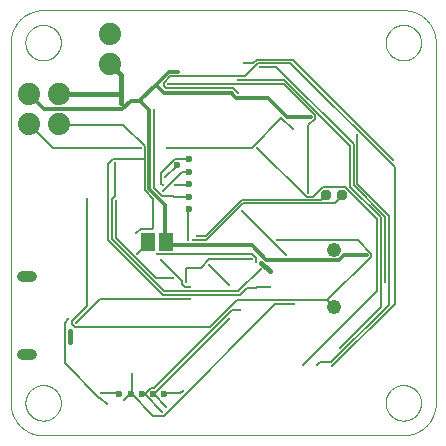
<source format=gbl>
G75*
%MOIN*%
%OFA0B0*%
%FSLAX25Y25*%
%IPPOS*%
%LPD*%
%AMOC8*
5,1,8,0,0,1.08239X$1,22.5*
%
%ADD10C,0.00000*%
%ADD11C,0.04800*%
%ADD12C,0.03750*%
%ADD13C,0.07400*%
%ADD14R,0.04600X0.06300*%
%ADD15C,0.02362*%
%ADD16C,0.00039*%
%ADD17C,0.03543*%
%ADD18C,0.00796*%
%ADD19C,0.01000*%
%ADD20C,0.01593*%
%ADD21C,0.01195*%
D10*
X0006040Y0013081D02*
X0006040Y0133159D01*
X0010961Y0133159D02*
X0010963Y0133312D01*
X0010969Y0133466D01*
X0010979Y0133619D01*
X0010993Y0133771D01*
X0011011Y0133924D01*
X0011033Y0134075D01*
X0011058Y0134226D01*
X0011088Y0134377D01*
X0011122Y0134527D01*
X0011159Y0134675D01*
X0011200Y0134823D01*
X0011245Y0134969D01*
X0011294Y0135115D01*
X0011347Y0135259D01*
X0011403Y0135401D01*
X0011463Y0135542D01*
X0011527Y0135682D01*
X0011594Y0135820D01*
X0011665Y0135956D01*
X0011740Y0136090D01*
X0011817Y0136222D01*
X0011899Y0136352D01*
X0011983Y0136480D01*
X0012071Y0136606D01*
X0012162Y0136729D01*
X0012256Y0136850D01*
X0012354Y0136968D01*
X0012454Y0137084D01*
X0012558Y0137197D01*
X0012664Y0137308D01*
X0012773Y0137416D01*
X0012885Y0137521D01*
X0012999Y0137622D01*
X0013117Y0137721D01*
X0013236Y0137817D01*
X0013358Y0137910D01*
X0013483Y0137999D01*
X0013610Y0138086D01*
X0013739Y0138168D01*
X0013870Y0138248D01*
X0014003Y0138324D01*
X0014138Y0138397D01*
X0014275Y0138466D01*
X0014414Y0138531D01*
X0014554Y0138593D01*
X0014696Y0138651D01*
X0014839Y0138706D01*
X0014984Y0138757D01*
X0015130Y0138804D01*
X0015277Y0138847D01*
X0015425Y0138886D01*
X0015574Y0138922D01*
X0015724Y0138953D01*
X0015875Y0138981D01*
X0016026Y0139005D01*
X0016179Y0139025D01*
X0016331Y0139041D01*
X0016484Y0139053D01*
X0016637Y0139061D01*
X0016790Y0139065D01*
X0016944Y0139065D01*
X0017097Y0139061D01*
X0017250Y0139053D01*
X0017403Y0139041D01*
X0017555Y0139025D01*
X0017708Y0139005D01*
X0017859Y0138981D01*
X0018010Y0138953D01*
X0018160Y0138922D01*
X0018309Y0138886D01*
X0018457Y0138847D01*
X0018604Y0138804D01*
X0018750Y0138757D01*
X0018895Y0138706D01*
X0019038Y0138651D01*
X0019180Y0138593D01*
X0019320Y0138531D01*
X0019459Y0138466D01*
X0019596Y0138397D01*
X0019731Y0138324D01*
X0019864Y0138248D01*
X0019995Y0138168D01*
X0020124Y0138086D01*
X0020251Y0137999D01*
X0020376Y0137910D01*
X0020498Y0137817D01*
X0020617Y0137721D01*
X0020735Y0137622D01*
X0020849Y0137521D01*
X0020961Y0137416D01*
X0021070Y0137308D01*
X0021176Y0137197D01*
X0021280Y0137084D01*
X0021380Y0136968D01*
X0021478Y0136850D01*
X0021572Y0136729D01*
X0021663Y0136606D01*
X0021751Y0136480D01*
X0021835Y0136352D01*
X0021917Y0136222D01*
X0021994Y0136090D01*
X0022069Y0135956D01*
X0022140Y0135820D01*
X0022207Y0135682D01*
X0022271Y0135542D01*
X0022331Y0135401D01*
X0022387Y0135259D01*
X0022440Y0135115D01*
X0022489Y0134969D01*
X0022534Y0134823D01*
X0022575Y0134675D01*
X0022612Y0134527D01*
X0022646Y0134377D01*
X0022676Y0134226D01*
X0022701Y0134075D01*
X0022723Y0133924D01*
X0022741Y0133771D01*
X0022755Y0133619D01*
X0022765Y0133466D01*
X0022771Y0133312D01*
X0022773Y0133159D01*
X0022771Y0133006D01*
X0022765Y0132852D01*
X0022755Y0132699D01*
X0022741Y0132547D01*
X0022723Y0132394D01*
X0022701Y0132243D01*
X0022676Y0132092D01*
X0022646Y0131941D01*
X0022612Y0131791D01*
X0022575Y0131643D01*
X0022534Y0131495D01*
X0022489Y0131349D01*
X0022440Y0131203D01*
X0022387Y0131059D01*
X0022331Y0130917D01*
X0022271Y0130776D01*
X0022207Y0130636D01*
X0022140Y0130498D01*
X0022069Y0130362D01*
X0021994Y0130228D01*
X0021917Y0130096D01*
X0021835Y0129966D01*
X0021751Y0129838D01*
X0021663Y0129712D01*
X0021572Y0129589D01*
X0021478Y0129468D01*
X0021380Y0129350D01*
X0021280Y0129234D01*
X0021176Y0129121D01*
X0021070Y0129010D01*
X0020961Y0128902D01*
X0020849Y0128797D01*
X0020735Y0128696D01*
X0020617Y0128597D01*
X0020498Y0128501D01*
X0020376Y0128408D01*
X0020251Y0128319D01*
X0020124Y0128232D01*
X0019995Y0128150D01*
X0019864Y0128070D01*
X0019731Y0127994D01*
X0019596Y0127921D01*
X0019459Y0127852D01*
X0019320Y0127787D01*
X0019180Y0127725D01*
X0019038Y0127667D01*
X0018895Y0127612D01*
X0018750Y0127561D01*
X0018604Y0127514D01*
X0018457Y0127471D01*
X0018309Y0127432D01*
X0018160Y0127396D01*
X0018010Y0127365D01*
X0017859Y0127337D01*
X0017708Y0127313D01*
X0017555Y0127293D01*
X0017403Y0127277D01*
X0017250Y0127265D01*
X0017097Y0127257D01*
X0016944Y0127253D01*
X0016790Y0127253D01*
X0016637Y0127257D01*
X0016484Y0127265D01*
X0016331Y0127277D01*
X0016179Y0127293D01*
X0016026Y0127313D01*
X0015875Y0127337D01*
X0015724Y0127365D01*
X0015574Y0127396D01*
X0015425Y0127432D01*
X0015277Y0127471D01*
X0015130Y0127514D01*
X0014984Y0127561D01*
X0014839Y0127612D01*
X0014696Y0127667D01*
X0014554Y0127725D01*
X0014414Y0127787D01*
X0014275Y0127852D01*
X0014138Y0127921D01*
X0014003Y0127994D01*
X0013870Y0128070D01*
X0013739Y0128150D01*
X0013610Y0128232D01*
X0013483Y0128319D01*
X0013358Y0128408D01*
X0013236Y0128501D01*
X0013117Y0128597D01*
X0012999Y0128696D01*
X0012885Y0128797D01*
X0012773Y0128902D01*
X0012664Y0129010D01*
X0012558Y0129121D01*
X0012454Y0129234D01*
X0012354Y0129350D01*
X0012256Y0129468D01*
X0012162Y0129589D01*
X0012071Y0129712D01*
X0011983Y0129838D01*
X0011899Y0129966D01*
X0011817Y0130096D01*
X0011740Y0130228D01*
X0011665Y0130362D01*
X0011594Y0130498D01*
X0011527Y0130636D01*
X0011463Y0130776D01*
X0011403Y0130917D01*
X0011347Y0131059D01*
X0011294Y0131203D01*
X0011245Y0131349D01*
X0011200Y0131495D01*
X0011159Y0131643D01*
X0011122Y0131791D01*
X0011088Y0131941D01*
X0011058Y0132092D01*
X0011033Y0132243D01*
X0011011Y0132394D01*
X0010993Y0132547D01*
X0010979Y0132699D01*
X0010969Y0132852D01*
X0010963Y0133006D01*
X0010961Y0133159D01*
X0006040Y0133159D02*
X0006043Y0133421D01*
X0006053Y0133682D01*
X0006068Y0133943D01*
X0006091Y0134204D01*
X0006119Y0134464D01*
X0006154Y0134723D01*
X0006195Y0134982D01*
X0006242Y0135239D01*
X0006295Y0135495D01*
X0006355Y0135750D01*
X0006420Y0136003D01*
X0006492Y0136255D01*
X0006570Y0136505D01*
X0006654Y0136753D01*
X0006744Y0136998D01*
X0006839Y0137242D01*
X0006941Y0137483D01*
X0007048Y0137722D01*
X0007161Y0137957D01*
X0007280Y0138191D01*
X0007405Y0138421D01*
X0007534Y0138648D01*
X0007670Y0138872D01*
X0007811Y0139092D01*
X0007957Y0139309D01*
X0008108Y0139523D01*
X0008264Y0139733D01*
X0008425Y0139939D01*
X0008592Y0140141D01*
X0008763Y0140339D01*
X0008939Y0140532D01*
X0009119Y0140722D01*
X0009304Y0140907D01*
X0009494Y0141087D01*
X0009687Y0141263D01*
X0009885Y0141434D01*
X0010087Y0141601D01*
X0010293Y0141762D01*
X0010503Y0141918D01*
X0010717Y0142069D01*
X0010934Y0142215D01*
X0011154Y0142356D01*
X0011378Y0142492D01*
X0011605Y0142621D01*
X0011835Y0142746D01*
X0012069Y0142865D01*
X0012304Y0142978D01*
X0012543Y0143085D01*
X0012784Y0143187D01*
X0013028Y0143282D01*
X0013273Y0143372D01*
X0013521Y0143456D01*
X0013771Y0143534D01*
X0014023Y0143606D01*
X0014276Y0143671D01*
X0014531Y0143731D01*
X0014787Y0143784D01*
X0015044Y0143831D01*
X0015303Y0143872D01*
X0015562Y0143907D01*
X0015822Y0143935D01*
X0016083Y0143958D01*
X0016344Y0143973D01*
X0016605Y0143983D01*
X0016867Y0143986D01*
X0136946Y0143986D01*
X0131040Y0133159D02*
X0131042Y0133312D01*
X0131048Y0133466D01*
X0131058Y0133619D01*
X0131072Y0133771D01*
X0131090Y0133924D01*
X0131112Y0134075D01*
X0131137Y0134226D01*
X0131167Y0134377D01*
X0131201Y0134527D01*
X0131238Y0134675D01*
X0131279Y0134823D01*
X0131324Y0134969D01*
X0131373Y0135115D01*
X0131426Y0135259D01*
X0131482Y0135401D01*
X0131542Y0135542D01*
X0131606Y0135682D01*
X0131673Y0135820D01*
X0131744Y0135956D01*
X0131819Y0136090D01*
X0131896Y0136222D01*
X0131978Y0136352D01*
X0132062Y0136480D01*
X0132150Y0136606D01*
X0132241Y0136729D01*
X0132335Y0136850D01*
X0132433Y0136968D01*
X0132533Y0137084D01*
X0132637Y0137197D01*
X0132743Y0137308D01*
X0132852Y0137416D01*
X0132964Y0137521D01*
X0133078Y0137622D01*
X0133196Y0137721D01*
X0133315Y0137817D01*
X0133437Y0137910D01*
X0133562Y0137999D01*
X0133689Y0138086D01*
X0133818Y0138168D01*
X0133949Y0138248D01*
X0134082Y0138324D01*
X0134217Y0138397D01*
X0134354Y0138466D01*
X0134493Y0138531D01*
X0134633Y0138593D01*
X0134775Y0138651D01*
X0134918Y0138706D01*
X0135063Y0138757D01*
X0135209Y0138804D01*
X0135356Y0138847D01*
X0135504Y0138886D01*
X0135653Y0138922D01*
X0135803Y0138953D01*
X0135954Y0138981D01*
X0136105Y0139005D01*
X0136258Y0139025D01*
X0136410Y0139041D01*
X0136563Y0139053D01*
X0136716Y0139061D01*
X0136869Y0139065D01*
X0137023Y0139065D01*
X0137176Y0139061D01*
X0137329Y0139053D01*
X0137482Y0139041D01*
X0137634Y0139025D01*
X0137787Y0139005D01*
X0137938Y0138981D01*
X0138089Y0138953D01*
X0138239Y0138922D01*
X0138388Y0138886D01*
X0138536Y0138847D01*
X0138683Y0138804D01*
X0138829Y0138757D01*
X0138974Y0138706D01*
X0139117Y0138651D01*
X0139259Y0138593D01*
X0139399Y0138531D01*
X0139538Y0138466D01*
X0139675Y0138397D01*
X0139810Y0138324D01*
X0139943Y0138248D01*
X0140074Y0138168D01*
X0140203Y0138086D01*
X0140330Y0137999D01*
X0140455Y0137910D01*
X0140577Y0137817D01*
X0140696Y0137721D01*
X0140814Y0137622D01*
X0140928Y0137521D01*
X0141040Y0137416D01*
X0141149Y0137308D01*
X0141255Y0137197D01*
X0141359Y0137084D01*
X0141459Y0136968D01*
X0141557Y0136850D01*
X0141651Y0136729D01*
X0141742Y0136606D01*
X0141830Y0136480D01*
X0141914Y0136352D01*
X0141996Y0136222D01*
X0142073Y0136090D01*
X0142148Y0135956D01*
X0142219Y0135820D01*
X0142286Y0135682D01*
X0142350Y0135542D01*
X0142410Y0135401D01*
X0142466Y0135259D01*
X0142519Y0135115D01*
X0142568Y0134969D01*
X0142613Y0134823D01*
X0142654Y0134675D01*
X0142691Y0134527D01*
X0142725Y0134377D01*
X0142755Y0134226D01*
X0142780Y0134075D01*
X0142802Y0133924D01*
X0142820Y0133771D01*
X0142834Y0133619D01*
X0142844Y0133466D01*
X0142850Y0133312D01*
X0142852Y0133159D01*
X0142850Y0133006D01*
X0142844Y0132852D01*
X0142834Y0132699D01*
X0142820Y0132547D01*
X0142802Y0132394D01*
X0142780Y0132243D01*
X0142755Y0132092D01*
X0142725Y0131941D01*
X0142691Y0131791D01*
X0142654Y0131643D01*
X0142613Y0131495D01*
X0142568Y0131349D01*
X0142519Y0131203D01*
X0142466Y0131059D01*
X0142410Y0130917D01*
X0142350Y0130776D01*
X0142286Y0130636D01*
X0142219Y0130498D01*
X0142148Y0130362D01*
X0142073Y0130228D01*
X0141996Y0130096D01*
X0141914Y0129966D01*
X0141830Y0129838D01*
X0141742Y0129712D01*
X0141651Y0129589D01*
X0141557Y0129468D01*
X0141459Y0129350D01*
X0141359Y0129234D01*
X0141255Y0129121D01*
X0141149Y0129010D01*
X0141040Y0128902D01*
X0140928Y0128797D01*
X0140814Y0128696D01*
X0140696Y0128597D01*
X0140577Y0128501D01*
X0140455Y0128408D01*
X0140330Y0128319D01*
X0140203Y0128232D01*
X0140074Y0128150D01*
X0139943Y0128070D01*
X0139810Y0127994D01*
X0139675Y0127921D01*
X0139538Y0127852D01*
X0139399Y0127787D01*
X0139259Y0127725D01*
X0139117Y0127667D01*
X0138974Y0127612D01*
X0138829Y0127561D01*
X0138683Y0127514D01*
X0138536Y0127471D01*
X0138388Y0127432D01*
X0138239Y0127396D01*
X0138089Y0127365D01*
X0137938Y0127337D01*
X0137787Y0127313D01*
X0137634Y0127293D01*
X0137482Y0127277D01*
X0137329Y0127265D01*
X0137176Y0127257D01*
X0137023Y0127253D01*
X0136869Y0127253D01*
X0136716Y0127257D01*
X0136563Y0127265D01*
X0136410Y0127277D01*
X0136258Y0127293D01*
X0136105Y0127313D01*
X0135954Y0127337D01*
X0135803Y0127365D01*
X0135653Y0127396D01*
X0135504Y0127432D01*
X0135356Y0127471D01*
X0135209Y0127514D01*
X0135063Y0127561D01*
X0134918Y0127612D01*
X0134775Y0127667D01*
X0134633Y0127725D01*
X0134493Y0127787D01*
X0134354Y0127852D01*
X0134217Y0127921D01*
X0134082Y0127994D01*
X0133949Y0128070D01*
X0133818Y0128150D01*
X0133689Y0128232D01*
X0133562Y0128319D01*
X0133437Y0128408D01*
X0133315Y0128501D01*
X0133196Y0128597D01*
X0133078Y0128696D01*
X0132964Y0128797D01*
X0132852Y0128902D01*
X0132743Y0129010D01*
X0132637Y0129121D01*
X0132533Y0129234D01*
X0132433Y0129350D01*
X0132335Y0129468D01*
X0132241Y0129589D01*
X0132150Y0129712D01*
X0132062Y0129838D01*
X0131978Y0129966D01*
X0131896Y0130096D01*
X0131819Y0130228D01*
X0131744Y0130362D01*
X0131673Y0130498D01*
X0131606Y0130636D01*
X0131542Y0130776D01*
X0131482Y0130917D01*
X0131426Y0131059D01*
X0131373Y0131203D01*
X0131324Y0131349D01*
X0131279Y0131495D01*
X0131238Y0131643D01*
X0131201Y0131791D01*
X0131167Y0131941D01*
X0131137Y0132092D01*
X0131112Y0132243D01*
X0131090Y0132394D01*
X0131072Y0132547D01*
X0131058Y0132699D01*
X0131048Y0132852D01*
X0131042Y0133006D01*
X0131040Y0133159D01*
X0136946Y0143986D02*
X0137208Y0143983D01*
X0137469Y0143973D01*
X0137730Y0143958D01*
X0137991Y0143935D01*
X0138251Y0143907D01*
X0138510Y0143872D01*
X0138769Y0143831D01*
X0139026Y0143784D01*
X0139282Y0143731D01*
X0139537Y0143671D01*
X0139790Y0143606D01*
X0140042Y0143534D01*
X0140292Y0143456D01*
X0140540Y0143372D01*
X0140785Y0143282D01*
X0141029Y0143187D01*
X0141270Y0143085D01*
X0141509Y0142978D01*
X0141744Y0142865D01*
X0141978Y0142746D01*
X0142208Y0142621D01*
X0142435Y0142492D01*
X0142659Y0142356D01*
X0142879Y0142215D01*
X0143096Y0142069D01*
X0143310Y0141918D01*
X0143520Y0141762D01*
X0143726Y0141601D01*
X0143928Y0141434D01*
X0144126Y0141263D01*
X0144319Y0141087D01*
X0144509Y0140907D01*
X0144694Y0140722D01*
X0144874Y0140532D01*
X0145050Y0140339D01*
X0145221Y0140141D01*
X0145388Y0139939D01*
X0145549Y0139733D01*
X0145705Y0139523D01*
X0145856Y0139309D01*
X0146002Y0139092D01*
X0146143Y0138872D01*
X0146279Y0138648D01*
X0146408Y0138421D01*
X0146533Y0138191D01*
X0146652Y0137957D01*
X0146765Y0137722D01*
X0146872Y0137483D01*
X0146974Y0137242D01*
X0147069Y0136998D01*
X0147159Y0136753D01*
X0147243Y0136505D01*
X0147321Y0136255D01*
X0147393Y0136003D01*
X0147458Y0135750D01*
X0147518Y0135495D01*
X0147571Y0135239D01*
X0147618Y0134982D01*
X0147659Y0134723D01*
X0147694Y0134464D01*
X0147722Y0134204D01*
X0147745Y0133943D01*
X0147760Y0133682D01*
X0147770Y0133421D01*
X0147773Y0133159D01*
X0147772Y0133159D02*
X0147772Y0013081D01*
X0131040Y0013081D02*
X0131042Y0013234D01*
X0131048Y0013388D01*
X0131058Y0013541D01*
X0131072Y0013693D01*
X0131090Y0013846D01*
X0131112Y0013997D01*
X0131137Y0014148D01*
X0131167Y0014299D01*
X0131201Y0014449D01*
X0131238Y0014597D01*
X0131279Y0014745D01*
X0131324Y0014891D01*
X0131373Y0015037D01*
X0131426Y0015181D01*
X0131482Y0015323D01*
X0131542Y0015464D01*
X0131606Y0015604D01*
X0131673Y0015742D01*
X0131744Y0015878D01*
X0131819Y0016012D01*
X0131896Y0016144D01*
X0131978Y0016274D01*
X0132062Y0016402D01*
X0132150Y0016528D01*
X0132241Y0016651D01*
X0132335Y0016772D01*
X0132433Y0016890D01*
X0132533Y0017006D01*
X0132637Y0017119D01*
X0132743Y0017230D01*
X0132852Y0017338D01*
X0132964Y0017443D01*
X0133078Y0017544D01*
X0133196Y0017643D01*
X0133315Y0017739D01*
X0133437Y0017832D01*
X0133562Y0017921D01*
X0133689Y0018008D01*
X0133818Y0018090D01*
X0133949Y0018170D01*
X0134082Y0018246D01*
X0134217Y0018319D01*
X0134354Y0018388D01*
X0134493Y0018453D01*
X0134633Y0018515D01*
X0134775Y0018573D01*
X0134918Y0018628D01*
X0135063Y0018679D01*
X0135209Y0018726D01*
X0135356Y0018769D01*
X0135504Y0018808D01*
X0135653Y0018844D01*
X0135803Y0018875D01*
X0135954Y0018903D01*
X0136105Y0018927D01*
X0136258Y0018947D01*
X0136410Y0018963D01*
X0136563Y0018975D01*
X0136716Y0018983D01*
X0136869Y0018987D01*
X0137023Y0018987D01*
X0137176Y0018983D01*
X0137329Y0018975D01*
X0137482Y0018963D01*
X0137634Y0018947D01*
X0137787Y0018927D01*
X0137938Y0018903D01*
X0138089Y0018875D01*
X0138239Y0018844D01*
X0138388Y0018808D01*
X0138536Y0018769D01*
X0138683Y0018726D01*
X0138829Y0018679D01*
X0138974Y0018628D01*
X0139117Y0018573D01*
X0139259Y0018515D01*
X0139399Y0018453D01*
X0139538Y0018388D01*
X0139675Y0018319D01*
X0139810Y0018246D01*
X0139943Y0018170D01*
X0140074Y0018090D01*
X0140203Y0018008D01*
X0140330Y0017921D01*
X0140455Y0017832D01*
X0140577Y0017739D01*
X0140696Y0017643D01*
X0140814Y0017544D01*
X0140928Y0017443D01*
X0141040Y0017338D01*
X0141149Y0017230D01*
X0141255Y0017119D01*
X0141359Y0017006D01*
X0141459Y0016890D01*
X0141557Y0016772D01*
X0141651Y0016651D01*
X0141742Y0016528D01*
X0141830Y0016402D01*
X0141914Y0016274D01*
X0141996Y0016144D01*
X0142073Y0016012D01*
X0142148Y0015878D01*
X0142219Y0015742D01*
X0142286Y0015604D01*
X0142350Y0015464D01*
X0142410Y0015323D01*
X0142466Y0015181D01*
X0142519Y0015037D01*
X0142568Y0014891D01*
X0142613Y0014745D01*
X0142654Y0014597D01*
X0142691Y0014449D01*
X0142725Y0014299D01*
X0142755Y0014148D01*
X0142780Y0013997D01*
X0142802Y0013846D01*
X0142820Y0013693D01*
X0142834Y0013541D01*
X0142844Y0013388D01*
X0142850Y0013234D01*
X0142852Y0013081D01*
X0142850Y0012928D01*
X0142844Y0012774D01*
X0142834Y0012621D01*
X0142820Y0012469D01*
X0142802Y0012316D01*
X0142780Y0012165D01*
X0142755Y0012014D01*
X0142725Y0011863D01*
X0142691Y0011713D01*
X0142654Y0011565D01*
X0142613Y0011417D01*
X0142568Y0011271D01*
X0142519Y0011125D01*
X0142466Y0010981D01*
X0142410Y0010839D01*
X0142350Y0010698D01*
X0142286Y0010558D01*
X0142219Y0010420D01*
X0142148Y0010284D01*
X0142073Y0010150D01*
X0141996Y0010018D01*
X0141914Y0009888D01*
X0141830Y0009760D01*
X0141742Y0009634D01*
X0141651Y0009511D01*
X0141557Y0009390D01*
X0141459Y0009272D01*
X0141359Y0009156D01*
X0141255Y0009043D01*
X0141149Y0008932D01*
X0141040Y0008824D01*
X0140928Y0008719D01*
X0140814Y0008618D01*
X0140696Y0008519D01*
X0140577Y0008423D01*
X0140455Y0008330D01*
X0140330Y0008241D01*
X0140203Y0008154D01*
X0140074Y0008072D01*
X0139943Y0007992D01*
X0139810Y0007916D01*
X0139675Y0007843D01*
X0139538Y0007774D01*
X0139399Y0007709D01*
X0139259Y0007647D01*
X0139117Y0007589D01*
X0138974Y0007534D01*
X0138829Y0007483D01*
X0138683Y0007436D01*
X0138536Y0007393D01*
X0138388Y0007354D01*
X0138239Y0007318D01*
X0138089Y0007287D01*
X0137938Y0007259D01*
X0137787Y0007235D01*
X0137634Y0007215D01*
X0137482Y0007199D01*
X0137329Y0007187D01*
X0137176Y0007179D01*
X0137023Y0007175D01*
X0136869Y0007175D01*
X0136716Y0007179D01*
X0136563Y0007187D01*
X0136410Y0007199D01*
X0136258Y0007215D01*
X0136105Y0007235D01*
X0135954Y0007259D01*
X0135803Y0007287D01*
X0135653Y0007318D01*
X0135504Y0007354D01*
X0135356Y0007393D01*
X0135209Y0007436D01*
X0135063Y0007483D01*
X0134918Y0007534D01*
X0134775Y0007589D01*
X0134633Y0007647D01*
X0134493Y0007709D01*
X0134354Y0007774D01*
X0134217Y0007843D01*
X0134082Y0007916D01*
X0133949Y0007992D01*
X0133818Y0008072D01*
X0133689Y0008154D01*
X0133562Y0008241D01*
X0133437Y0008330D01*
X0133315Y0008423D01*
X0133196Y0008519D01*
X0133078Y0008618D01*
X0132964Y0008719D01*
X0132852Y0008824D01*
X0132743Y0008932D01*
X0132637Y0009043D01*
X0132533Y0009156D01*
X0132433Y0009272D01*
X0132335Y0009390D01*
X0132241Y0009511D01*
X0132150Y0009634D01*
X0132062Y0009760D01*
X0131978Y0009888D01*
X0131896Y0010018D01*
X0131819Y0010150D01*
X0131744Y0010284D01*
X0131673Y0010420D01*
X0131606Y0010558D01*
X0131542Y0010698D01*
X0131482Y0010839D01*
X0131426Y0010981D01*
X0131373Y0011125D01*
X0131324Y0011271D01*
X0131279Y0011417D01*
X0131238Y0011565D01*
X0131201Y0011713D01*
X0131167Y0011863D01*
X0131137Y0012014D01*
X0131112Y0012165D01*
X0131090Y0012316D01*
X0131072Y0012469D01*
X0131058Y0012621D01*
X0131048Y0012774D01*
X0131042Y0012928D01*
X0131040Y0013081D01*
X0136946Y0002254D02*
X0137208Y0002257D01*
X0137469Y0002267D01*
X0137730Y0002282D01*
X0137991Y0002305D01*
X0138251Y0002333D01*
X0138510Y0002368D01*
X0138769Y0002409D01*
X0139026Y0002456D01*
X0139282Y0002509D01*
X0139537Y0002569D01*
X0139790Y0002634D01*
X0140042Y0002706D01*
X0140292Y0002784D01*
X0140540Y0002868D01*
X0140785Y0002958D01*
X0141029Y0003053D01*
X0141270Y0003155D01*
X0141509Y0003262D01*
X0141744Y0003375D01*
X0141978Y0003494D01*
X0142208Y0003619D01*
X0142435Y0003748D01*
X0142659Y0003884D01*
X0142879Y0004025D01*
X0143096Y0004171D01*
X0143310Y0004322D01*
X0143520Y0004478D01*
X0143726Y0004639D01*
X0143928Y0004806D01*
X0144126Y0004977D01*
X0144319Y0005153D01*
X0144509Y0005333D01*
X0144694Y0005518D01*
X0144874Y0005708D01*
X0145050Y0005901D01*
X0145221Y0006099D01*
X0145388Y0006301D01*
X0145549Y0006507D01*
X0145705Y0006717D01*
X0145856Y0006931D01*
X0146002Y0007148D01*
X0146143Y0007368D01*
X0146279Y0007592D01*
X0146408Y0007819D01*
X0146533Y0008049D01*
X0146652Y0008283D01*
X0146765Y0008518D01*
X0146872Y0008757D01*
X0146974Y0008998D01*
X0147069Y0009242D01*
X0147159Y0009487D01*
X0147243Y0009735D01*
X0147321Y0009985D01*
X0147393Y0010237D01*
X0147458Y0010490D01*
X0147518Y0010745D01*
X0147571Y0011001D01*
X0147618Y0011258D01*
X0147659Y0011517D01*
X0147694Y0011776D01*
X0147722Y0012036D01*
X0147745Y0012297D01*
X0147760Y0012558D01*
X0147770Y0012819D01*
X0147773Y0013081D01*
X0136946Y0002254D02*
X0016867Y0002254D01*
X0010961Y0013081D02*
X0010963Y0013234D01*
X0010969Y0013388D01*
X0010979Y0013541D01*
X0010993Y0013693D01*
X0011011Y0013846D01*
X0011033Y0013997D01*
X0011058Y0014148D01*
X0011088Y0014299D01*
X0011122Y0014449D01*
X0011159Y0014597D01*
X0011200Y0014745D01*
X0011245Y0014891D01*
X0011294Y0015037D01*
X0011347Y0015181D01*
X0011403Y0015323D01*
X0011463Y0015464D01*
X0011527Y0015604D01*
X0011594Y0015742D01*
X0011665Y0015878D01*
X0011740Y0016012D01*
X0011817Y0016144D01*
X0011899Y0016274D01*
X0011983Y0016402D01*
X0012071Y0016528D01*
X0012162Y0016651D01*
X0012256Y0016772D01*
X0012354Y0016890D01*
X0012454Y0017006D01*
X0012558Y0017119D01*
X0012664Y0017230D01*
X0012773Y0017338D01*
X0012885Y0017443D01*
X0012999Y0017544D01*
X0013117Y0017643D01*
X0013236Y0017739D01*
X0013358Y0017832D01*
X0013483Y0017921D01*
X0013610Y0018008D01*
X0013739Y0018090D01*
X0013870Y0018170D01*
X0014003Y0018246D01*
X0014138Y0018319D01*
X0014275Y0018388D01*
X0014414Y0018453D01*
X0014554Y0018515D01*
X0014696Y0018573D01*
X0014839Y0018628D01*
X0014984Y0018679D01*
X0015130Y0018726D01*
X0015277Y0018769D01*
X0015425Y0018808D01*
X0015574Y0018844D01*
X0015724Y0018875D01*
X0015875Y0018903D01*
X0016026Y0018927D01*
X0016179Y0018947D01*
X0016331Y0018963D01*
X0016484Y0018975D01*
X0016637Y0018983D01*
X0016790Y0018987D01*
X0016944Y0018987D01*
X0017097Y0018983D01*
X0017250Y0018975D01*
X0017403Y0018963D01*
X0017555Y0018947D01*
X0017708Y0018927D01*
X0017859Y0018903D01*
X0018010Y0018875D01*
X0018160Y0018844D01*
X0018309Y0018808D01*
X0018457Y0018769D01*
X0018604Y0018726D01*
X0018750Y0018679D01*
X0018895Y0018628D01*
X0019038Y0018573D01*
X0019180Y0018515D01*
X0019320Y0018453D01*
X0019459Y0018388D01*
X0019596Y0018319D01*
X0019731Y0018246D01*
X0019864Y0018170D01*
X0019995Y0018090D01*
X0020124Y0018008D01*
X0020251Y0017921D01*
X0020376Y0017832D01*
X0020498Y0017739D01*
X0020617Y0017643D01*
X0020735Y0017544D01*
X0020849Y0017443D01*
X0020961Y0017338D01*
X0021070Y0017230D01*
X0021176Y0017119D01*
X0021280Y0017006D01*
X0021380Y0016890D01*
X0021478Y0016772D01*
X0021572Y0016651D01*
X0021663Y0016528D01*
X0021751Y0016402D01*
X0021835Y0016274D01*
X0021917Y0016144D01*
X0021994Y0016012D01*
X0022069Y0015878D01*
X0022140Y0015742D01*
X0022207Y0015604D01*
X0022271Y0015464D01*
X0022331Y0015323D01*
X0022387Y0015181D01*
X0022440Y0015037D01*
X0022489Y0014891D01*
X0022534Y0014745D01*
X0022575Y0014597D01*
X0022612Y0014449D01*
X0022646Y0014299D01*
X0022676Y0014148D01*
X0022701Y0013997D01*
X0022723Y0013846D01*
X0022741Y0013693D01*
X0022755Y0013541D01*
X0022765Y0013388D01*
X0022771Y0013234D01*
X0022773Y0013081D01*
X0022771Y0012928D01*
X0022765Y0012774D01*
X0022755Y0012621D01*
X0022741Y0012469D01*
X0022723Y0012316D01*
X0022701Y0012165D01*
X0022676Y0012014D01*
X0022646Y0011863D01*
X0022612Y0011713D01*
X0022575Y0011565D01*
X0022534Y0011417D01*
X0022489Y0011271D01*
X0022440Y0011125D01*
X0022387Y0010981D01*
X0022331Y0010839D01*
X0022271Y0010698D01*
X0022207Y0010558D01*
X0022140Y0010420D01*
X0022069Y0010284D01*
X0021994Y0010150D01*
X0021917Y0010018D01*
X0021835Y0009888D01*
X0021751Y0009760D01*
X0021663Y0009634D01*
X0021572Y0009511D01*
X0021478Y0009390D01*
X0021380Y0009272D01*
X0021280Y0009156D01*
X0021176Y0009043D01*
X0021070Y0008932D01*
X0020961Y0008824D01*
X0020849Y0008719D01*
X0020735Y0008618D01*
X0020617Y0008519D01*
X0020498Y0008423D01*
X0020376Y0008330D01*
X0020251Y0008241D01*
X0020124Y0008154D01*
X0019995Y0008072D01*
X0019864Y0007992D01*
X0019731Y0007916D01*
X0019596Y0007843D01*
X0019459Y0007774D01*
X0019320Y0007709D01*
X0019180Y0007647D01*
X0019038Y0007589D01*
X0018895Y0007534D01*
X0018750Y0007483D01*
X0018604Y0007436D01*
X0018457Y0007393D01*
X0018309Y0007354D01*
X0018160Y0007318D01*
X0018010Y0007287D01*
X0017859Y0007259D01*
X0017708Y0007235D01*
X0017555Y0007215D01*
X0017403Y0007199D01*
X0017250Y0007187D01*
X0017097Y0007179D01*
X0016944Y0007175D01*
X0016790Y0007175D01*
X0016637Y0007179D01*
X0016484Y0007187D01*
X0016331Y0007199D01*
X0016179Y0007215D01*
X0016026Y0007235D01*
X0015875Y0007259D01*
X0015724Y0007287D01*
X0015574Y0007318D01*
X0015425Y0007354D01*
X0015277Y0007393D01*
X0015130Y0007436D01*
X0014984Y0007483D01*
X0014839Y0007534D01*
X0014696Y0007589D01*
X0014554Y0007647D01*
X0014414Y0007709D01*
X0014275Y0007774D01*
X0014138Y0007843D01*
X0014003Y0007916D01*
X0013870Y0007992D01*
X0013739Y0008072D01*
X0013610Y0008154D01*
X0013483Y0008241D01*
X0013358Y0008330D01*
X0013236Y0008423D01*
X0013117Y0008519D01*
X0012999Y0008618D01*
X0012885Y0008719D01*
X0012773Y0008824D01*
X0012664Y0008932D01*
X0012558Y0009043D01*
X0012454Y0009156D01*
X0012354Y0009272D01*
X0012256Y0009390D01*
X0012162Y0009511D01*
X0012071Y0009634D01*
X0011983Y0009760D01*
X0011899Y0009888D01*
X0011817Y0010018D01*
X0011740Y0010150D01*
X0011665Y0010284D01*
X0011594Y0010420D01*
X0011527Y0010558D01*
X0011463Y0010698D01*
X0011403Y0010839D01*
X0011347Y0010981D01*
X0011294Y0011125D01*
X0011245Y0011271D01*
X0011200Y0011417D01*
X0011159Y0011565D01*
X0011122Y0011713D01*
X0011088Y0011863D01*
X0011058Y0012014D01*
X0011033Y0012165D01*
X0011011Y0012316D01*
X0010993Y0012469D01*
X0010979Y0012621D01*
X0010969Y0012774D01*
X0010963Y0012928D01*
X0010961Y0013081D01*
X0006040Y0013081D02*
X0006043Y0012819D01*
X0006053Y0012558D01*
X0006068Y0012297D01*
X0006091Y0012036D01*
X0006119Y0011776D01*
X0006154Y0011517D01*
X0006195Y0011258D01*
X0006242Y0011001D01*
X0006295Y0010745D01*
X0006355Y0010490D01*
X0006420Y0010237D01*
X0006492Y0009985D01*
X0006570Y0009735D01*
X0006654Y0009487D01*
X0006744Y0009242D01*
X0006839Y0008998D01*
X0006941Y0008757D01*
X0007048Y0008518D01*
X0007161Y0008283D01*
X0007280Y0008049D01*
X0007405Y0007819D01*
X0007534Y0007592D01*
X0007670Y0007368D01*
X0007811Y0007148D01*
X0007957Y0006931D01*
X0008108Y0006717D01*
X0008264Y0006507D01*
X0008425Y0006301D01*
X0008592Y0006099D01*
X0008763Y0005901D01*
X0008939Y0005708D01*
X0009119Y0005518D01*
X0009304Y0005333D01*
X0009494Y0005153D01*
X0009687Y0004977D01*
X0009885Y0004806D01*
X0010087Y0004639D01*
X0010293Y0004478D01*
X0010503Y0004322D01*
X0010717Y0004171D01*
X0010934Y0004025D01*
X0011154Y0003884D01*
X0011378Y0003748D01*
X0011605Y0003619D01*
X0011835Y0003494D01*
X0012069Y0003375D01*
X0012304Y0003262D01*
X0012543Y0003155D01*
X0012784Y0003053D01*
X0013028Y0002958D01*
X0013273Y0002868D01*
X0013521Y0002784D01*
X0013771Y0002706D01*
X0014023Y0002634D01*
X0014276Y0002569D01*
X0014531Y0002509D01*
X0014787Y0002456D01*
X0015044Y0002409D01*
X0015303Y0002368D01*
X0015562Y0002333D01*
X0015822Y0002305D01*
X0016083Y0002282D01*
X0016344Y0002267D01*
X0016605Y0002257D01*
X0016867Y0002254D01*
D11*
X0113909Y0044943D03*
X0113909Y0063943D03*
D12*
X0111209Y0082254D03*
X0116609Y0082254D03*
D13*
X0039173Y0126004D03*
X0039173Y0136004D03*
X0022290Y0116004D03*
X0012290Y0116004D03*
X0012290Y0106004D03*
X0022290Y0106004D03*
D14*
X0051790Y0066654D03*
X0057790Y0066654D03*
D15*
X0065388Y0077628D03*
X0065388Y0081803D03*
X0065388Y0085978D03*
X0065388Y0090154D03*
X0065388Y0094329D03*
X0061638Y0092254D03*
X0057290Y0016004D03*
X0053540Y0016004D03*
X0049790Y0016004D03*
X0046040Y0016004D03*
X0042290Y0016004D03*
D16*
X0012674Y0028278D02*
X0009918Y0028278D01*
X0009856Y0028280D01*
X0009795Y0028286D01*
X0009734Y0028295D01*
X0009673Y0028309D01*
X0009614Y0028326D01*
X0009556Y0028347D01*
X0009499Y0028372D01*
X0009444Y0028400D01*
X0009391Y0028431D01*
X0009340Y0028466D01*
X0009291Y0028504D01*
X0009244Y0028545D01*
X0009201Y0028588D01*
X0009160Y0028635D01*
X0009122Y0028684D01*
X0009087Y0028735D01*
X0009056Y0028788D01*
X0009028Y0028843D01*
X0009003Y0028900D01*
X0008982Y0028958D01*
X0008965Y0029017D01*
X0008951Y0029078D01*
X0008942Y0029139D01*
X0008936Y0029200D01*
X0008934Y0029262D01*
X0008936Y0029324D01*
X0008942Y0029385D01*
X0008951Y0029446D01*
X0008965Y0029507D01*
X0008982Y0029566D01*
X0009003Y0029624D01*
X0009028Y0029681D01*
X0009056Y0029736D01*
X0009087Y0029789D01*
X0009122Y0029840D01*
X0009160Y0029889D01*
X0009201Y0029936D01*
X0009244Y0029979D01*
X0009291Y0030020D01*
X0009340Y0030058D01*
X0009391Y0030093D01*
X0009444Y0030124D01*
X0009499Y0030152D01*
X0009556Y0030177D01*
X0009614Y0030198D01*
X0009673Y0030215D01*
X0009734Y0030229D01*
X0009795Y0030238D01*
X0009856Y0030244D01*
X0009918Y0030246D01*
X0012674Y0030246D01*
X0012736Y0030244D01*
X0012797Y0030238D01*
X0012858Y0030229D01*
X0012919Y0030215D01*
X0012978Y0030198D01*
X0013036Y0030177D01*
X0013093Y0030152D01*
X0013148Y0030124D01*
X0013201Y0030093D01*
X0013252Y0030058D01*
X0013301Y0030020D01*
X0013348Y0029979D01*
X0013391Y0029936D01*
X0013432Y0029889D01*
X0013470Y0029840D01*
X0013505Y0029789D01*
X0013536Y0029736D01*
X0013564Y0029681D01*
X0013589Y0029624D01*
X0013610Y0029566D01*
X0013627Y0029507D01*
X0013641Y0029446D01*
X0013650Y0029385D01*
X0013656Y0029324D01*
X0013658Y0029262D01*
X0013656Y0029200D01*
X0013650Y0029139D01*
X0013641Y0029078D01*
X0013627Y0029017D01*
X0013610Y0028958D01*
X0013589Y0028900D01*
X0013564Y0028843D01*
X0013536Y0028788D01*
X0013505Y0028735D01*
X0013470Y0028684D01*
X0013432Y0028635D01*
X0013391Y0028588D01*
X0013348Y0028545D01*
X0013301Y0028504D01*
X0013252Y0028466D01*
X0013201Y0028431D01*
X0013148Y0028400D01*
X0013093Y0028372D01*
X0013036Y0028347D01*
X0012978Y0028326D01*
X0012919Y0028309D01*
X0012858Y0028295D01*
X0012797Y0028286D01*
X0012736Y0028280D01*
X0012674Y0028278D01*
X0012674Y0054262D02*
X0009918Y0054262D01*
X0009856Y0054264D01*
X0009795Y0054270D01*
X0009734Y0054279D01*
X0009673Y0054293D01*
X0009614Y0054310D01*
X0009556Y0054331D01*
X0009499Y0054356D01*
X0009444Y0054384D01*
X0009391Y0054415D01*
X0009340Y0054450D01*
X0009291Y0054488D01*
X0009244Y0054529D01*
X0009201Y0054572D01*
X0009160Y0054619D01*
X0009122Y0054668D01*
X0009087Y0054719D01*
X0009056Y0054772D01*
X0009028Y0054827D01*
X0009003Y0054884D01*
X0008982Y0054942D01*
X0008965Y0055001D01*
X0008951Y0055062D01*
X0008942Y0055123D01*
X0008936Y0055184D01*
X0008934Y0055246D01*
X0008936Y0055308D01*
X0008942Y0055369D01*
X0008951Y0055430D01*
X0008965Y0055491D01*
X0008982Y0055550D01*
X0009003Y0055608D01*
X0009028Y0055665D01*
X0009056Y0055720D01*
X0009087Y0055773D01*
X0009122Y0055824D01*
X0009160Y0055873D01*
X0009201Y0055920D01*
X0009244Y0055963D01*
X0009291Y0056004D01*
X0009340Y0056042D01*
X0009391Y0056077D01*
X0009444Y0056108D01*
X0009499Y0056136D01*
X0009556Y0056161D01*
X0009614Y0056182D01*
X0009673Y0056199D01*
X0009734Y0056213D01*
X0009795Y0056222D01*
X0009856Y0056228D01*
X0009918Y0056230D01*
X0012674Y0056230D01*
X0012736Y0056228D01*
X0012797Y0056222D01*
X0012858Y0056213D01*
X0012919Y0056199D01*
X0012978Y0056182D01*
X0013036Y0056161D01*
X0013093Y0056136D01*
X0013148Y0056108D01*
X0013201Y0056077D01*
X0013252Y0056042D01*
X0013301Y0056004D01*
X0013348Y0055963D01*
X0013391Y0055920D01*
X0013432Y0055873D01*
X0013470Y0055824D01*
X0013505Y0055773D01*
X0013536Y0055720D01*
X0013564Y0055665D01*
X0013589Y0055608D01*
X0013610Y0055550D01*
X0013627Y0055491D01*
X0013641Y0055430D01*
X0013650Y0055369D01*
X0013656Y0055308D01*
X0013658Y0055246D01*
X0013656Y0055184D01*
X0013650Y0055123D01*
X0013641Y0055062D01*
X0013627Y0055001D01*
X0013610Y0054942D01*
X0013589Y0054884D01*
X0013564Y0054827D01*
X0013536Y0054772D01*
X0013505Y0054719D01*
X0013470Y0054668D01*
X0013432Y0054619D01*
X0013391Y0054572D01*
X0013348Y0054529D01*
X0013301Y0054488D01*
X0013252Y0054450D01*
X0013201Y0054415D01*
X0013148Y0054384D01*
X0013093Y0054356D01*
X0013036Y0054331D01*
X0012978Y0054310D01*
X0012919Y0054293D01*
X0012858Y0054279D01*
X0012797Y0054270D01*
X0012736Y0054264D01*
X0012674Y0054262D01*
D17*
X0012674Y0055246D02*
X0012674Y0055246D01*
X0009918Y0055246D01*
X0009918Y0055246D01*
X0012674Y0055246D01*
X0012674Y0029262D02*
X0012674Y0029262D01*
X0009918Y0029262D01*
X0009918Y0029262D01*
X0012674Y0029262D01*
D18*
X0024132Y0026376D02*
X0024132Y0039808D01*
X0025228Y0040904D01*
X0026599Y0040356D02*
X0026599Y0039259D01*
X0027421Y0038437D01*
X0072376Y0038437D01*
X0081421Y0047483D01*
X0111300Y0047483D01*
X0111574Y0047209D01*
X0126102Y0061737D01*
X0126102Y0062833D01*
X0121716Y0067219D01*
X0094853Y0067219D01*
X0097868Y0062285D02*
X0083066Y0077087D01*
X0083614Y0079554D02*
X0114041Y0079554D01*
X0116508Y0082021D01*
X0116609Y0082254D01*
X0117604Y0085036D02*
X0128295Y0074346D01*
X0128295Y0050498D01*
X0103351Y0025554D01*
X0108285Y0025828D02*
X0109107Y0026650D01*
X0112945Y0026650D01*
X0132133Y0045838D01*
X0132133Y0075442D01*
X0121442Y0086133D01*
X0121442Y0102306D01*
X0120346Y0099290D02*
X0120346Y0085585D01*
X0130762Y0075168D01*
X0130762Y0053239D01*
X0134051Y0046112D02*
X0113219Y0025280D01*
X0115686Y0031310D02*
X0129391Y0045016D01*
X0129391Y0074894D01*
X0119249Y0085036D01*
X0119249Y0098742D01*
X0097320Y0120671D01*
X0081970Y0120671D01*
X0084163Y0122042D02*
X0088548Y0126428D01*
X0099239Y0126428D01*
X0134051Y0091615D01*
X0134051Y0046112D01*
X0113909Y0044943D02*
X0113767Y0045016D01*
X0111574Y0047209D01*
X0100609Y0046112D02*
X0094305Y0046112D01*
X0057025Y0008833D01*
X0053462Y0008833D01*
X0046335Y0015960D01*
X0046040Y0016004D01*
X0046609Y0016234D01*
X0046609Y0022812D01*
X0046040Y0016004D02*
X0045787Y0015960D01*
X0043868Y0014041D01*
X0042290Y0016004D02*
X0042223Y0016234D01*
X0036193Y0016234D01*
X0035918Y0014863D02*
X0035644Y0014863D01*
X0024132Y0026376D01*
X0035918Y0014863D02*
X0038111Y0012670D01*
X0049790Y0016004D02*
X0049898Y0015960D01*
X0050721Y0015960D01*
X0052914Y0018153D01*
X0053736Y0018153D01*
X0079777Y0044193D01*
X0082518Y0044193D01*
X0082518Y0049127D02*
X0056751Y0049127D01*
X0038660Y0067219D01*
X0038660Y0092712D01*
X0040304Y0094356D01*
X0050721Y0094356D01*
X0050721Y0083940D01*
X0053462Y0081199D01*
X0053462Y0071331D01*
X0053188Y0071057D01*
X0049350Y0071057D01*
X0047979Y0069686D01*
X0051790Y0066654D02*
X0051817Y0066397D01*
X0048254Y0062833D01*
X0054832Y0062559D02*
X0086630Y0062559D01*
X0087726Y0061463D01*
X0087726Y0060092D01*
X0086355Y0060914D02*
X0072102Y0060914D01*
X0069360Y0058173D01*
X0064700Y0058173D01*
X0064426Y0057899D01*
X0064426Y0053239D01*
X0063056Y0052691D02*
X0063056Y0053787D01*
X0056203Y0060640D01*
X0054558Y0054610D02*
X0060315Y0054610D01*
X0063056Y0052691D02*
X0064152Y0051594D01*
X0065797Y0051594D01*
X0065797Y0047757D02*
X0035918Y0047757D01*
X0027969Y0039808D01*
X0026599Y0040356D02*
X0031533Y0045290D01*
X0031533Y0080925D01*
X0039756Y0080925D02*
X0039756Y0067767D01*
X0057299Y0050224D01*
X0081970Y0050224D01*
X0089371Y0057625D01*
X0088000Y0051594D02*
X0087726Y0051320D01*
X0084711Y0051320D01*
X0082518Y0049127D01*
X0078680Y0052417D02*
X0072102Y0058996D01*
X0071279Y0067219D02*
X0066893Y0067219D01*
X0065249Y0067493D02*
X0065249Y0077361D01*
X0065388Y0077628D01*
X0065249Y0081747D02*
X0060589Y0081747D01*
X0060315Y0082021D01*
X0056477Y0082021D01*
X0053736Y0084762D01*
X0053736Y0110803D01*
X0057848Y0117930D02*
X0057025Y0118752D01*
X0057025Y0119849D01*
X0059218Y0122042D01*
X0084163Y0122042D01*
X0083888Y0126428D02*
X0086904Y0126428D01*
X0088000Y0127524D01*
X0100061Y0127524D01*
X0133503Y0094082D01*
X0120346Y0099290D02*
X0094579Y0125057D01*
X0089097Y0125057D01*
X0097046Y0119301D02*
X0058396Y0119301D01*
X0057848Y0117930D02*
X0080325Y0117930D01*
X0081970Y0116285D01*
X0096224Y0108062D02*
X0086355Y0098194D01*
X0058122Y0098194D01*
X0060863Y0094356D02*
X0056203Y0089696D01*
X0056203Y0086133D01*
X0056751Y0085585D01*
X0056751Y0083666D02*
X0063056Y0089970D01*
X0065249Y0089970D01*
X0065388Y0090154D01*
X0065388Y0094329D02*
X0065249Y0094356D01*
X0060863Y0094356D01*
X0061638Y0092254D02*
X0061411Y0092163D01*
X0057573Y0088326D01*
X0060863Y0085859D02*
X0065249Y0085859D01*
X0065388Y0085978D01*
X0065388Y0081803D02*
X0065249Y0081747D01*
X0068264Y0068590D02*
X0071005Y0068590D01*
X0083066Y0080651D01*
X0109655Y0080651D01*
X0111026Y0082021D01*
X0111209Y0082254D01*
X0110203Y0085036D02*
X0117604Y0085036D01*
X0110203Y0085036D02*
X0106914Y0081747D01*
X0104721Y0081747D01*
X0088274Y0098194D01*
X0096224Y0108062D02*
X0100061Y0104224D01*
X0105269Y0105595D02*
X0107462Y0107788D01*
X0107462Y0108884D01*
X0097046Y0119301D01*
X0105269Y0105595D02*
X0105269Y0083118D01*
X0083614Y0079554D02*
X0071279Y0067219D01*
X0054558Y0054610D02*
X0041127Y0068041D01*
X0041127Y0080376D01*
X0039756Y0080925D02*
X0040852Y0082021D01*
X0040852Y0092986D01*
X0034548Y0097920D02*
X0034548Y0098194D01*
X0049350Y0098194D01*
X0050721Y0098742D02*
X0043594Y0105869D01*
X0022487Y0105869D01*
X0022290Y0106004D01*
X0020020Y0098194D02*
X0012345Y0105869D01*
X0012290Y0106004D01*
X0020020Y0098194D02*
X0034548Y0098194D01*
X0050721Y0098742D02*
X0050721Y0094356D01*
X0088000Y0051594D02*
X0092660Y0051594D01*
X0078680Y0040904D02*
X0054010Y0016234D01*
X0053540Y0016004D01*
X0053736Y0015960D01*
X0057848Y0011848D01*
X0056477Y0010203D02*
X0050721Y0015960D01*
X0057290Y0016004D02*
X0057299Y0016234D01*
X0062508Y0016234D01*
X0063330Y0017056D01*
D19*
X0063330Y0017056D03*
X0057848Y0011848D03*
X0056477Y0010203D03*
X0043868Y0014041D03*
X0038111Y0012670D03*
X0036193Y0016234D03*
X0046609Y0022812D03*
X0027969Y0039808D03*
X0025228Y0040904D03*
X0025776Y0037066D03*
X0025776Y0033503D03*
X0048254Y0062833D03*
X0054832Y0062559D03*
X0056203Y0060640D03*
X0060315Y0054610D03*
X0064426Y0053239D03*
X0065797Y0051594D03*
X0065797Y0047757D03*
X0064700Y0058173D03*
X0072102Y0058996D03*
X0078680Y0052417D03*
X0086355Y0060914D03*
X0087726Y0060092D03*
X0089645Y0059818D03*
X0089371Y0057625D03*
X0092386Y0057077D03*
X0092660Y0051594D03*
X0088000Y0051594D03*
X0082518Y0044193D03*
X0078680Y0040904D03*
X0097868Y0062285D03*
X0094853Y0067219D03*
X0083066Y0077087D03*
X0068264Y0068590D03*
X0066893Y0067219D03*
X0065249Y0067493D03*
X0053462Y0071331D03*
X0047979Y0069686D03*
X0041127Y0080376D03*
X0031533Y0080925D03*
X0040852Y0092986D03*
X0034548Y0097920D03*
X0049350Y0098194D03*
X0058122Y0098194D03*
X0057573Y0088326D03*
X0056751Y0085585D03*
X0056751Y0083666D03*
X0060589Y0081747D03*
X0060863Y0085859D03*
X0053736Y0110803D03*
X0049350Y0113818D03*
X0042771Y0112996D03*
X0058396Y0119301D03*
X0061959Y0123412D03*
X0079777Y0116285D03*
X0081970Y0116285D03*
X0081970Y0120671D03*
X0083888Y0126428D03*
X0089097Y0125057D03*
X0096224Y0108062D03*
X0100061Y0104224D03*
X0106092Y0108336D03*
X0121442Y0102306D03*
X0133503Y0094082D03*
X0105269Y0083118D03*
X0088274Y0098194D03*
X0124731Y0062285D03*
X0130762Y0053239D03*
X0115686Y0031310D03*
X0113219Y0025280D03*
X0108285Y0025828D03*
X0103351Y0025554D03*
X0100609Y0046112D03*
D20*
X0092386Y0057077D02*
X0089645Y0059818D01*
X0042771Y0112996D02*
X0042771Y0116011D01*
X0022487Y0116011D01*
X0022290Y0116004D01*
X0039208Y0125879D02*
X0039173Y0126004D01*
X0039208Y0125879D02*
X0042771Y0122316D01*
X0042771Y0116011D01*
X0025776Y0037066D02*
X0025776Y0033503D01*
D21*
X0057573Y0066671D02*
X0057790Y0066654D01*
X0058122Y0066397D01*
X0058944Y0065574D01*
X0086355Y0065574D01*
X0091290Y0060640D01*
X0115412Y0060640D01*
X0117056Y0062285D01*
X0124731Y0062285D01*
X0106092Y0108336D02*
X0098142Y0108336D01*
X0091838Y0114641D01*
X0081147Y0114641D01*
X0080051Y0115737D01*
X0079777Y0116285D01*
X0057299Y0116285D01*
X0054421Y0119164D01*
X0058670Y0123412D01*
X0061959Y0123412D01*
X0054421Y0119164D02*
X0049624Y0114367D01*
X0049350Y0113818D01*
X0049624Y0113270D01*
X0052091Y0110803D01*
X0052091Y0084488D01*
X0057573Y0079006D01*
X0057573Y0066671D01*
X0043320Y0111077D02*
X0017005Y0111077D01*
X0012345Y0115737D01*
X0012290Y0116004D01*
X0043320Y0111077D02*
X0046061Y0113818D01*
X0049350Y0113818D01*
M02*

</source>
